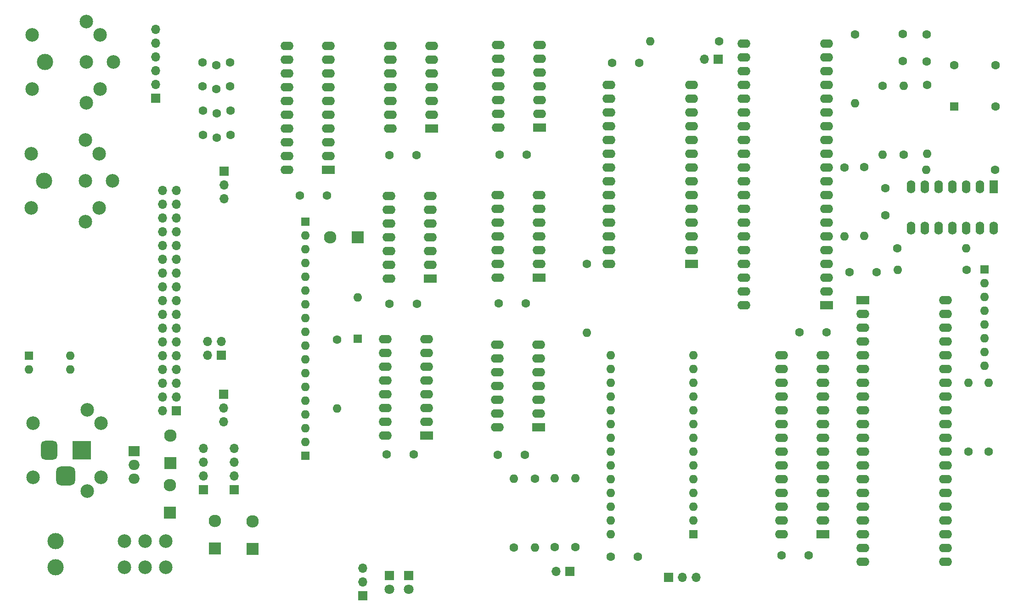
<source format=gbr>
%TF.GenerationSoftware,KiCad,Pcbnew,9.0.4*%
%TF.CreationDate,2025-09-17T18:39:37-04:00*%
%TF.ProjectId,C1581,43313538-312e-46b6-9963-61645f706362,V2*%
%TF.SameCoordinates,Original*%
%TF.FileFunction,Soldermask,Bot*%
%TF.FilePolarity,Negative*%
%FSLAX46Y46*%
G04 Gerber Fmt 4.6, Leading zero omitted, Abs format (unit mm)*
G04 Created by KiCad (PCBNEW 9.0.4) date 2025-09-17 18:39:37*
%MOMM*%
%LPD*%
G01*
G04 APERTURE LIST*
G04 Aperture macros list*
%AMRoundRect*
0 Rectangle with rounded corners*
0 $1 Rounding radius*
0 $2 $3 $4 $5 $6 $7 $8 $9 X,Y pos of 4 corners*
0 Add a 4 corners polygon primitive as box body*
4,1,4,$2,$3,$4,$5,$6,$7,$8,$9,$2,$3,0*
0 Add four circle primitives for the rounded corners*
1,1,$1+$1,$2,$3*
1,1,$1+$1,$4,$5*
1,1,$1+$1,$6,$7*
1,1,$1+$1,$8,$9*
0 Add four rect primitives between the rounded corners*
20,1,$1+$1,$2,$3,$4,$5,0*
20,1,$1+$1,$4,$5,$6,$7,0*
20,1,$1+$1,$6,$7,$8,$9,0*
20,1,$1+$1,$8,$9,$2,$3,0*%
G04 Aperture macros list end*
%ADD10R,2.400000X1.600000*%
%ADD11O,2.400000X1.600000*%
%ADD12C,1.600000*%
%ADD13O,1.600000X1.600000*%
%ADD14R,1.600000X1.600000*%
%ADD15R,2.300000X2.300000*%
%ADD16C,2.300000*%
%ADD17R,1.700000X1.700000*%
%ADD18O,1.700000X1.700000*%
%ADD19C,2.500000*%
%ADD20R,2.000000X1.905000*%
%ADD21O,2.000000X1.905000*%
%ADD22C,3.000000*%
%ADD23R,1.600000X2.400000*%
%ADD24O,1.600000X2.400000*%
%ADD25R,1.800000X1.800000*%
%ADD26C,1.800000*%
%ADD27R,3.500000X3.500000*%
%ADD28RoundRect,0.750000X-0.750000X-1.000000X0.750000X-1.000000X0.750000X1.000000X-0.750000X1.000000X0*%
%ADD29RoundRect,0.875000X-0.875000X-0.875000X0.875000X-0.875000X0.875000X0.875000X-0.875000X0.875000X0*%
G04 APERTURE END LIST*
D10*
%TO.C,U12*%
X150700000Y-57520000D03*
D11*
X150700000Y-54980000D03*
X150700000Y-52440000D03*
X150700000Y-49900000D03*
X150700000Y-47360000D03*
X150700000Y-44820000D03*
X150700000Y-42280000D03*
X143080000Y-42280000D03*
X143080000Y-44820000D03*
X143080000Y-47360000D03*
X143080000Y-49900000D03*
X143080000Y-52440000D03*
X143080000Y-54980000D03*
X143080000Y-57520000D03*
%TD*%
D12*
%TO.C,FB4*%
X222140000Y-49610000D03*
D13*
X222140000Y-62310000D03*
%TD*%
D12*
%TO.C,C14*%
X217700000Y-45260000D03*
X217700000Y-40260000D03*
%TD*%
%TO.C,C5*%
X198620000Y-95290000D03*
X203620000Y-95290000D03*
%TD*%
%TO.C,FB3*%
X217810000Y-62460000D03*
D13*
X217810000Y-49760000D03*
%TD*%
D14*
%TO.C,RP1*%
X107490000Y-74870000D03*
D13*
X107490000Y-77410000D03*
X107490000Y-79950000D03*
X107490000Y-82490000D03*
X107490000Y-85030000D03*
X107490000Y-87570000D03*
X107490000Y-90110000D03*
X107490000Y-92650000D03*
X107490000Y-95190000D03*
%TD*%
D15*
%TO.C,C91*%
X82580000Y-128570000D03*
D16*
X82580000Y-123490000D03*
%TD*%
D17*
%TO.C,J2*%
X92450000Y-106660000D03*
D18*
X92450000Y-109200000D03*
X92450000Y-111740000D03*
%TD*%
D14*
%TO.C,D1*%
X117190000Y-96460000D03*
D13*
X117190000Y-88840000D03*
%TD*%
D19*
%TO.C,CN6*%
X57340000Y-122040000D03*
X57340000Y-112040000D03*
X67340000Y-124540000D03*
X69840000Y-122040000D03*
X69840000Y-112040000D03*
X67340000Y-109540000D03*
%TD*%
D12*
%TO.C,EM3*%
X93675200Y-58826400D03*
X91135200Y-59334400D03*
X88595200Y-58826400D03*
%TD*%
%TO.C,C10*%
X214480000Y-68660000D03*
X214480000Y-73660000D03*
%TD*%
%TO.C,C1*%
X212850000Y-84190000D03*
X207850000Y-84190000D03*
%TD*%
%TO.C,R2*%
X113320000Y-96570000D03*
D13*
X113320000Y-109270000D03*
%TD*%
D12*
%TO.C,R5*%
X183790000Y-41610000D03*
D13*
X171090000Y-41610000D03*
%TD*%
D12*
%TO.C,EM4*%
X93675199Y-54364400D03*
X91135199Y-54872400D03*
X88595199Y-54364400D03*
%TD*%
%TO.C,R1*%
X233500000Y-117260000D03*
D13*
X233500000Y-104560000D03*
%TD*%
D17*
%TO.C,J3*%
X92040000Y-99530000D03*
D18*
X89500000Y-99530000D03*
X92040000Y-96990000D03*
X89500000Y-96990000D03*
%TD*%
D12*
%TO.C,C3*%
X195330000Y-136410000D03*
X200330000Y-136410000D03*
%TD*%
D17*
%TO.C,J1*%
X92510000Y-65560000D03*
D18*
X92510000Y-68100000D03*
X92510000Y-70640000D03*
%TD*%
D17*
%TO.C,J5*%
X156290000Y-139380000D03*
D18*
X153750000Y-139380000D03*
%TD*%
D12*
%TO.C,R10*%
X229410000Y-83720000D03*
D13*
X216710000Y-83720000D03*
%TD*%
D15*
%TO.C,C20*%
X117190000Y-77690000D03*
D16*
X112110000Y-77690000D03*
%TD*%
D12*
%TO.C,C15*%
X222080000Y-45330000D03*
X222080000Y-40330000D03*
%TD*%
D15*
%TO.C,C90*%
X82640000Y-119350000D03*
D16*
X82640000Y-114270000D03*
%TD*%
D12*
%TO.C,EM2*%
X93645200Y-45504400D03*
X91105200Y-46012400D03*
X88565200Y-45504400D03*
%TD*%
%TO.C,FB1*%
X229760000Y-117240000D03*
D13*
X229760000Y-104540000D03*
%TD*%
D10*
%TO.C,U3*%
X202950000Y-132530000D03*
D11*
X202950000Y-129990000D03*
X202950000Y-127450000D03*
X202950000Y-124910000D03*
X202950000Y-122370000D03*
X202950000Y-119830000D03*
X202950000Y-117290000D03*
X202950000Y-114750000D03*
X202950000Y-112210000D03*
X202950000Y-109670000D03*
X202950000Y-107130000D03*
X202950000Y-104590000D03*
X202950000Y-102050000D03*
X202950000Y-99510000D03*
X195330000Y-99510000D03*
X195330000Y-102050000D03*
X195330000Y-104590000D03*
X195330000Y-107130000D03*
X195330000Y-109670000D03*
X195330000Y-112210000D03*
X195330000Y-114750000D03*
X195330000Y-117290000D03*
X195330000Y-119830000D03*
X195330000Y-122370000D03*
X195330000Y-124910000D03*
X195330000Y-127450000D03*
X195330000Y-129990000D03*
X195330000Y-132530000D03*
%TD*%
D12*
%TO.C,R14*%
X157280000Y-134920000D03*
D13*
X157280000Y-122220000D03*
%TD*%
D14*
%TO.C,SW1*%
X56510000Y-99560000D03*
D13*
X56510000Y-102100000D03*
X64130000Y-102100000D03*
X64130000Y-99560000D03*
%TD*%
D12*
%TO.C,FB2*%
X210550000Y-64790000D03*
D13*
X210550000Y-77490000D03*
%TD*%
D12*
%TO.C,C11*%
X142980000Y-117900000D03*
X147980000Y-117900000D03*
%TD*%
%TO.C,R12*%
X153520000Y-134920000D03*
D13*
X153520000Y-122220000D03*
%TD*%
D10*
%TO.C,U13*%
X111790000Y-65300000D03*
D11*
X111790000Y-62760000D03*
X111790000Y-60220000D03*
X111790000Y-57680000D03*
X111790000Y-55140000D03*
X111790000Y-52600000D03*
X111790000Y-50060000D03*
X111790000Y-47520000D03*
X111790000Y-44980000D03*
X111790000Y-42440000D03*
X104170000Y-42440000D03*
X104170000Y-44980000D03*
X104170000Y-47520000D03*
X104170000Y-50060000D03*
X104170000Y-52600000D03*
X104170000Y-55140000D03*
X104170000Y-57680000D03*
X104170000Y-60220000D03*
X104170000Y-62760000D03*
X104170000Y-65300000D03*
%TD*%
D20*
%TO.C,U90*%
X75915000Y-117180000D03*
D21*
X75915000Y-119720000D03*
X75915000Y-122260000D03*
%TD*%
D22*
%TO.C,SW2*%
X61430000Y-133740000D03*
X61430000Y-138570000D03*
D19*
X74130000Y-133740000D03*
X77940000Y-133740000D03*
X81750000Y-133740000D03*
X74130000Y-138570000D03*
X77940000Y-138570000D03*
X81750000Y-138570000D03*
%TD*%
D12*
%TO.C,C8*%
X143120000Y-89940000D03*
X148120000Y-89940000D03*
%TD*%
D17*
%TO.C,CN2*%
X83720000Y-109740000D03*
D18*
X81180000Y-109740000D03*
X83720000Y-107200000D03*
X81180000Y-107200000D03*
X83720000Y-104660000D03*
X81180000Y-104660000D03*
X83720000Y-102120000D03*
X81180000Y-102120000D03*
X83720000Y-99580000D03*
X81180000Y-99580000D03*
X83720000Y-97040000D03*
X81180000Y-97040000D03*
X83720000Y-94500000D03*
X81180000Y-94500000D03*
X83720000Y-91960000D03*
X81180000Y-91960000D03*
X83720000Y-89420000D03*
X81180000Y-89420000D03*
X83720000Y-86880000D03*
X81180000Y-86880000D03*
X83720000Y-84340000D03*
X81180000Y-84340000D03*
X83720000Y-81800000D03*
X81180000Y-81800000D03*
X83720000Y-79260000D03*
X81180000Y-79260000D03*
X83720000Y-76720000D03*
X81180000Y-76720000D03*
X83720000Y-74180000D03*
X81180000Y-74180000D03*
X83720000Y-71640000D03*
X81180000Y-71640000D03*
X83720000Y-69100000D03*
X81180000Y-69100000D03*
%TD*%
D23*
%TO.C,U10*%
X234390000Y-68400000D03*
D24*
X231850000Y-68400000D03*
X229310000Y-68400000D03*
X226770000Y-68400000D03*
X224230000Y-68400000D03*
X221690000Y-68400000D03*
X219150000Y-68400000D03*
X219150000Y-76020000D03*
X221690000Y-76020000D03*
X224230000Y-76020000D03*
X226770000Y-76020000D03*
X229310000Y-76020000D03*
X231850000Y-76020000D03*
X234390000Y-76020000D03*
%TD*%
D17*
%TO.C,CN1*%
X94410000Y-124293662D03*
D18*
X94410000Y-121753662D03*
X94410000Y-119213662D03*
X94410000Y-116673662D03*
%TD*%
D17*
%TO.C,JP1*%
X183620000Y-44920000D03*
D18*
X181080000Y-44920000D03*
%TD*%
D12*
%TO.C,FB5*%
X216690000Y-79750000D03*
D13*
X229390000Y-79750000D03*
%TD*%
D25*
%TO.C,D3*%
X123040000Y-140145000D03*
D26*
X123040000Y-142685000D03*
%TD*%
D12*
%TO.C,R4*%
X159450000Y-82680000D03*
D13*
X159450000Y-95380000D03*
%TD*%
D12*
%TO.C,R13*%
X149820000Y-122230000D03*
D13*
X149820000Y-134930000D03*
%TD*%
D12*
%TO.C,C4*%
X164050000Y-45540000D03*
X169050000Y-45540000D03*
%TD*%
%TO.C,FB6*%
X208890000Y-40350000D03*
D13*
X208890000Y-53050000D03*
%TD*%
D17*
%TO.C,CN9*%
X118090000Y-143860000D03*
D18*
X118090000Y-141320000D03*
X118090000Y-138780000D03*
%TD*%
D12*
%TO.C,C9*%
X122990000Y-62600000D03*
X127990000Y-62600000D03*
%TD*%
D10*
%TO.C,U4*%
X178750000Y-82640000D03*
D11*
X178750000Y-80100000D03*
X178750000Y-77560000D03*
X178750000Y-75020000D03*
X178750000Y-72480000D03*
X178750000Y-69940000D03*
X178750000Y-67400000D03*
X178750000Y-64860000D03*
X178750000Y-62320000D03*
X178750000Y-59780000D03*
X178750000Y-57240000D03*
X178750000Y-54700000D03*
X178750000Y-52160000D03*
X178750000Y-49620000D03*
X163510000Y-49620000D03*
X163510000Y-52160000D03*
X163510000Y-54700000D03*
X163510000Y-57240000D03*
X163510000Y-59780000D03*
X163510000Y-62320000D03*
X163510000Y-64860000D03*
X163510000Y-67400000D03*
X163510000Y-69940000D03*
X163510000Y-72480000D03*
X163510000Y-75020000D03*
X163510000Y-77560000D03*
X163510000Y-80100000D03*
X163510000Y-82640000D03*
%TD*%
D12*
%TO.C,EM1*%
X93665200Y-49864400D03*
X91125200Y-50372400D03*
X88585200Y-49864400D03*
%TD*%
%TO.C,C12*%
X143310000Y-62490000D03*
X148310000Y-62490000D03*
%TD*%
%TO.C,C13*%
X106470000Y-69990000D03*
X111470000Y-69990000D03*
%TD*%
%TO.C,C7*%
X123050000Y-89970000D03*
X128050000Y-89970000D03*
%TD*%
%TO.C,C2*%
X163780000Y-136680000D03*
X168780000Y-136680000D03*
%TD*%
%TO.C,R3*%
X206910000Y-64820000D03*
D13*
X206910000Y-77520000D03*
%TD*%
D17*
%TO.C,CN8*%
X88680000Y-124293662D03*
D18*
X88680000Y-121753662D03*
X88680000Y-119213662D03*
X88680000Y-116673662D03*
%TD*%
D10*
%TO.C,U1*%
X210340000Y-89330000D03*
D11*
X210340000Y-91870000D03*
X210340000Y-94410000D03*
X210340000Y-96950000D03*
X210340000Y-99490000D03*
X210340000Y-102030000D03*
X210340000Y-104570000D03*
X210340000Y-107110000D03*
X210340000Y-109650000D03*
X210340000Y-112190000D03*
X210340000Y-114730000D03*
X210340000Y-117270000D03*
X210340000Y-119810000D03*
X210340000Y-122350000D03*
X210340000Y-124890000D03*
X210340000Y-127430000D03*
X210340000Y-129970000D03*
X210340000Y-132510000D03*
X210340000Y-135050000D03*
X210340000Y-137590000D03*
X225580000Y-137590000D03*
X225580000Y-135050000D03*
X225580000Y-132510000D03*
X225580000Y-129970000D03*
X225580000Y-127430000D03*
X225580000Y-124890000D03*
X225580000Y-122350000D03*
X225580000Y-119810000D03*
X225580000Y-117270000D03*
X225580000Y-114730000D03*
X225580000Y-112190000D03*
X225580000Y-109650000D03*
X225580000Y-107110000D03*
X225580000Y-104570000D03*
X225580000Y-102030000D03*
X225580000Y-99490000D03*
X225580000Y-96950000D03*
X225580000Y-94410000D03*
X225580000Y-91870000D03*
X225580000Y-89330000D03*
%TD*%
D10*
%TO.C,U7*%
X130560000Y-85350000D03*
D11*
X130560000Y-82810000D03*
X130560000Y-80270000D03*
X130560000Y-77730000D03*
X130560000Y-75190000D03*
X130560000Y-72650000D03*
X130560000Y-70110000D03*
X122940000Y-70110000D03*
X122940000Y-72650000D03*
X122940000Y-75190000D03*
X122940000Y-77730000D03*
X122940000Y-80270000D03*
X122940000Y-82810000D03*
X122940000Y-85350000D03*
%TD*%
D12*
%TO.C,R11*%
X213920000Y-49760000D03*
D13*
X213920000Y-62460000D03*
%TD*%
D17*
%TO.C,CN5*%
X174460000Y-140470000D03*
D18*
X177000000Y-140470000D03*
X179540000Y-140470000D03*
%TD*%
D14*
%TO.C,X1*%
X227120000Y-53620000D03*
D12*
X234740000Y-53620000D03*
X234740000Y-46000000D03*
X227120000Y-46000000D03*
%TD*%
D10*
%TO.C,U5*%
X203630000Y-90290000D03*
D11*
X203630000Y-87750000D03*
X203630000Y-85210000D03*
X203630000Y-82670000D03*
X203630000Y-80130000D03*
X203630000Y-77590000D03*
X203630000Y-75050000D03*
X203630000Y-72510000D03*
X203630000Y-69970000D03*
X203630000Y-67430000D03*
X203630000Y-64890000D03*
X203630000Y-62350000D03*
X203630000Y-59810000D03*
X203630000Y-57270000D03*
X203630000Y-54730000D03*
X203630000Y-52190000D03*
X203630000Y-49650000D03*
X203630000Y-47110000D03*
X203630000Y-44570000D03*
X203630000Y-42030000D03*
X188390000Y-42030000D03*
X188390000Y-44570000D03*
X188390000Y-47110000D03*
X188390000Y-49650000D03*
X188390000Y-52190000D03*
X188390000Y-54730000D03*
X188390000Y-57270000D03*
X188390000Y-59810000D03*
X188390000Y-62350000D03*
X188390000Y-64890000D03*
X188390000Y-67430000D03*
X188390000Y-69970000D03*
X188390000Y-72510000D03*
X188390000Y-75050000D03*
X188390000Y-77590000D03*
X188390000Y-80130000D03*
X188390000Y-82670000D03*
X188390000Y-85210000D03*
X188390000Y-87750000D03*
X188390000Y-90290000D03*
%TD*%
D12*
%TO.C,C6*%
X122500000Y-117740000D03*
X127500000Y-117740000D03*
%TD*%
D14*
%TO.C,RP2*%
X232770000Y-83660000D03*
D13*
X232770000Y-86200000D03*
X232770000Y-88740000D03*
X232770000Y-91280000D03*
X232770000Y-93820000D03*
X232770000Y-96360000D03*
X232770000Y-98900000D03*
X232770000Y-101440000D03*
%TD*%
D19*
%TO.C,CN3*%
X67140000Y-52920000D03*
X57140000Y-50420000D03*
X69640000Y-50420000D03*
D22*
X59520000Y-45420000D03*
D19*
X57140000Y-40420000D03*
X67140000Y-45420000D03*
X69680000Y-40420000D03*
X67140000Y-37920000D03*
X72140000Y-45420000D03*
%TD*%
D17*
%TO.C,CN7*%
X79950000Y-52110000D03*
D18*
X79950000Y-49570000D03*
X79950000Y-47030000D03*
X79950000Y-44490000D03*
X79950000Y-41950000D03*
X79950000Y-39410000D03*
%TD*%
D15*
%TO.C,C18*%
X90800000Y-135170000D03*
D16*
X90800000Y-130090000D03*
%TD*%
D10*
%TO.C,U6*%
X129910000Y-114270000D03*
D11*
X129910000Y-111730000D03*
X129910000Y-109190000D03*
X129910000Y-106650000D03*
X129910000Y-104110000D03*
X129910000Y-101570000D03*
X129910000Y-99030000D03*
X129910000Y-96490000D03*
X122290000Y-96490000D03*
X122290000Y-99030000D03*
X122290000Y-101570000D03*
X122290000Y-104110000D03*
X122290000Y-106650000D03*
X122290000Y-109190000D03*
X122290000Y-111730000D03*
X122290000Y-114270000D03*
%TD*%
D10*
%TO.C,U8*%
X150640000Y-85180000D03*
D11*
X150640000Y-82640000D03*
X150640000Y-80100000D03*
X150640000Y-77560000D03*
X150640000Y-75020000D03*
X150640000Y-72480000D03*
X150640000Y-69940000D03*
X143020000Y-69940000D03*
X143020000Y-72480000D03*
X143020000Y-75020000D03*
X143020000Y-77560000D03*
X143020000Y-80100000D03*
X143020000Y-82640000D03*
X143020000Y-85180000D03*
%TD*%
D14*
%TO.C,U2*%
X179070000Y-132500000D03*
D13*
X179070000Y-129960000D03*
X179070000Y-127420000D03*
X179070000Y-124880000D03*
X179070000Y-122340000D03*
X179070000Y-119800000D03*
X179070000Y-117260000D03*
X179070000Y-114720000D03*
X179070000Y-112180000D03*
X179070000Y-109640000D03*
X179070000Y-107100000D03*
X179070000Y-104560000D03*
X179070000Y-102020000D03*
X179070000Y-99480000D03*
X163830000Y-99480000D03*
X163830000Y-102020000D03*
X163830000Y-104560000D03*
X163830000Y-107100000D03*
X163830000Y-109640000D03*
X163830000Y-112180000D03*
X163830000Y-114720000D03*
X163830000Y-117260000D03*
X163830000Y-119800000D03*
X163830000Y-122340000D03*
X163830000Y-124880000D03*
X163830000Y-127420000D03*
X163830000Y-129960000D03*
X163830000Y-132500000D03*
%TD*%
D27*
%TO.C,J90*%
X66310000Y-117040000D03*
D28*
X60310000Y-117040000D03*
D29*
X63310000Y-121740000D03*
%TD*%
D14*
%TO.C,RP11*%
X107500000Y-118070000D03*
D13*
X107500000Y-115530000D03*
X107500000Y-112990000D03*
X107500000Y-110450000D03*
X107500000Y-107910000D03*
X107500000Y-105370000D03*
X107500000Y-102830000D03*
X107500000Y-100290000D03*
X107500000Y-97750000D03*
%TD*%
D12*
%TO.C,R6*%
X145940000Y-134960000D03*
D13*
X145940000Y-122260000D03*
%TD*%
D19*
%TO.C,CN4*%
X66970000Y-74810000D03*
X56970000Y-72310000D03*
X69470000Y-72310000D03*
D22*
X59350000Y-67310000D03*
D19*
X56970000Y-62310000D03*
X66970000Y-67310000D03*
X69510000Y-62310000D03*
X66970000Y-59810000D03*
X71970000Y-67310000D03*
%TD*%
D10*
%TO.C,U11*%
X150510000Y-112800000D03*
D11*
X150510000Y-110260000D03*
X150510000Y-107720000D03*
X150510000Y-105180000D03*
X150510000Y-102640000D03*
X150510000Y-100100000D03*
X150510000Y-97560000D03*
X142890000Y-97560000D03*
X142890000Y-100100000D03*
X142890000Y-102640000D03*
X142890000Y-105180000D03*
X142890000Y-107720000D03*
X142890000Y-110260000D03*
X142890000Y-112800000D03*
%TD*%
D10*
%TO.C,U9*%
X130830000Y-57630000D03*
D11*
X130830000Y-55090000D03*
X130830000Y-52550000D03*
X130830000Y-50010000D03*
X130830000Y-47470000D03*
X130830000Y-44930000D03*
X130830000Y-42390000D03*
X123210000Y-42390000D03*
X123210000Y-44930000D03*
X123210000Y-47470000D03*
X123210000Y-50010000D03*
X123210000Y-52550000D03*
X123210000Y-55090000D03*
X123210000Y-57630000D03*
%TD*%
D25*
%TO.C,D2*%
X126590000Y-140130000D03*
D26*
X126590000Y-142670000D03*
%TD*%
D12*
%TO.C,R9*%
X234660000Y-65300000D03*
D13*
X221960000Y-65300000D03*
%TD*%
D15*
%TO.C,C22*%
X97800000Y-135180000D03*
D16*
X97800000Y-130100000D03*
%TD*%
M02*

</source>
